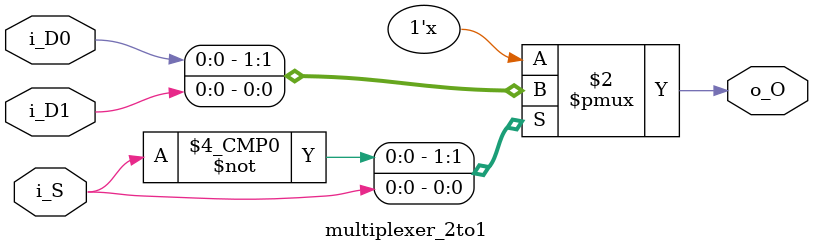
<source format=sv>

module multiplexer_2to1 
(
    input  logic i_D0,
    input  logic i_D1,
    input  logic i_S,
    output logic o_O
);
    // equivalent to "a ? b : c"
    always_comb begin
        unique case (i_S)
            1'b0:    o_O = i_D0;
            1'b1:    o_O = i_D1;
            default: o_O = 1'bx; // fallback for simulation purposes
        endcase
    end

endmodule
</source>
